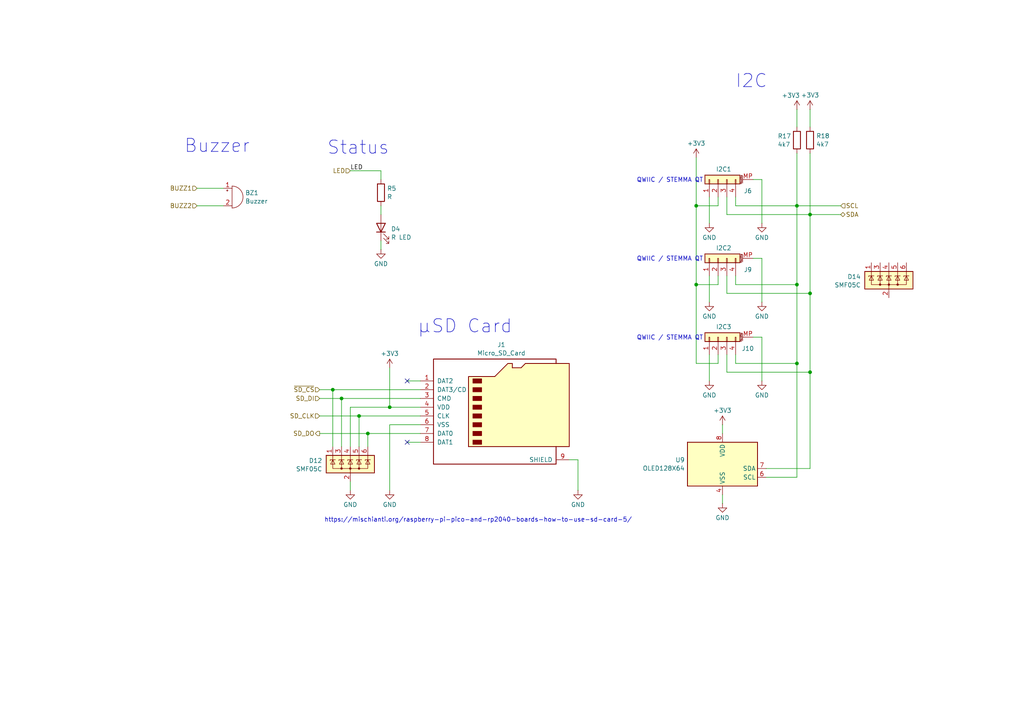
<source format=kicad_sch>
(kicad_sch (version 20231120) (generator "eeschema") (generator_version "8.0")
  (paper "A4")
  (lib_symbols
    (symbol "Connector:Micro_SD_Card" (pin_names (offset 1.016))
      (property "Reference" "J" (at -16.51 15.24 0))
      (property "Value" "Micro_SD_Card" (at 16.51 15.24 0))
      (symbol "Micro_SD_Card_0_1"
        (rectangle (start -7.62 -9.525) (end -5.08 -10.795) (fill (type outline)))
        (rectangle (start -7.62 -6.985) (end -5.08 -8.255) (fill (type outline)))
        (rectangle (start -7.62 -4.445) (end -5.08 -5.715) (fill (type outline)))
        (rectangle (start -7.62 -1.905) (end -5.08 -3.175) (fill (type outline)))
        (rectangle (start -7.62 0.635) (end -5.08 -0.635) (fill (type outline)))
        (rectangle (start -7.62 3.175) (end -5.08 1.905) (fill (type outline)))
        (rectangle (start -7.62 5.715) (end -5.08 4.445) (fill (type outline)))
        (rectangle (start -7.62 8.255) (end -5.08 6.985) (fill (type outline)))
        (polyline (pts (xy 16.51 12.7) (xy 16.51 13.97) (xy -19.05 13.97) (xy -19.05 -16.51) (xy 16.51 -16.51) (xy 16.51 -11.43)) (stroke (width 0.254)))
        (polyline (pts (xy -8.89 -11.43) (xy -8.89 8.89) (xy -1.27 8.89) (xy 2.54 12.7) (xy 3.81 12.7) (xy 3.81 11.43) (xy 6.35 11.43) (xy 7.62 12.7) (xy 20.32 12.7) (xy 20.32 -11.43) (xy -8.89 -11.43)) (stroke (width 0.254)) (fill (type background)))
      )
      (symbol "Micro_SD_Card_1_1"
        (pin bidirectional line (at -22.86 7.62 0) (length 3.81) (name "DAT2") (number "1"))
        (pin bidirectional line (at -22.86 5.08 0) (length 3.81) (name "DAT3/CD") (number "2"))
        (pin input line (at -22.86 2.54 0) (length 3.81) (name "CMD") (number "3"))
        (pin power_in line (at -22.86 0 0) (length 3.81) (name "VDD") (number "4"))
        (pin input line (at -22.86 -2.54 0) (length 3.81) (name "CLK") (number "5"))
        (pin power_in line (at -22.86 -5.08 0) (length 3.81) (name "VSS") (number "6"))
        (pin bidirectional line (at -22.86 -7.62 0) (length 3.81) (name "DAT0") (number "7"))
        (pin bidirectional line (at -22.86 -10.16 0) (length 3.81) (name "DAT1") (number "8"))
        (pin passive line (at 20.32 -15.24 180) (length 3.81) (name "SHIELD") (number "9"))
      )
    )
    (symbol "Connector_Generic_MountingPin:Conn_01x04_MountingPin" (pin_names (offset 1.016) hide)
      (property "Reference" "J" (at 0 5.08 0))
      (property "Value" "Conn_01x04_MountingPin" (at 1.27 -7.62 0))
      (symbol "Conn_01x04_MountingPin_1_1"
        (rectangle (start -1.27 -4.953) (end 0 -5.207) (stroke (width 0.1524)))
        (rectangle (start -1.27 -2.413) (end 0 -2.667) (stroke (width 0.1524)))
        (rectangle (start -1.27 0.127) (end 0 -0.127) (stroke (width 0.1524)))
        (rectangle (start -1.27 2.667) (end 0 2.413) (stroke (width 0.1524)))
        (rectangle (start -1.27 3.81) (end 1.27 -6.35) (stroke (width 0.254)) (fill (type background)))
        (polyline (pts (xy -1.016 -7.112) (xy 1.016 -7.112)) (stroke (width 0.1524)))
        (text "Mounting" (at 0 -6.731 0) (effects (font (size 0.381 0.381))))
        (pin passive line (at -5.08 2.54 0) (length 3.81) (name "Pin_1") (number "1"))
        (pin passive line (at -5.08 0 0) (length 3.81) (name "Pin_2") (number "2"))
        (pin passive line (at -5.08 -2.54 0) (length 3.81) (name "Pin_3") (number "3"))
        (pin passive line (at -5.08 -5.08 0) (length 3.81) (name "Pin_4") (number "4"))
        (pin passive line (at 0 -10.16 90) (length 3.048) (name "MountPin") (number "MP"))
      )
    )
    (symbol "Device:Buzzer" (pin_names (offset 0.0254) hide)
      (property "Reference" "BZ" (at 3.81 1.27 0))
      (property "Value" "Buzzer" (at 3.81 -1.27 0))
      (symbol "Buzzer_0_1"
        (arc (start 0 -3.175) (mid 3.1612 0) (end 0 3.175))
        (polyline (pts (xy -1.651 1.905) (xy -1.143 1.905)))
        (polyline (pts (xy -1.397 2.159) (xy -1.397 1.651)))
        (polyline (pts (xy 0 3.175) (xy 0 -3.175)))
      )
      (symbol "Buzzer_1_1"
        (pin passive line (at -2.54 2.54 0) (length 2.54) (name "+") (number "1"))
        (pin passive line (at -2.54 -2.54 0) (length 2.54) (name "-") (number "2"))
      )
    )
    (symbol "Device:LED" (pin_numbers hide) (pin_names (offset 1.016) hide)
      (property "Reference" "D" (at 0 2.54 0))
      (property "Value" "LED" (at 0 -2.54 0))
      (symbol "LED_0_1"
        (polyline (pts (xy -1.27 -1.27) (xy -1.27 1.27)) (stroke (width 0.254)))
        (polyline (pts (xy -1.27 0) (xy 1.27 0)))
        (polyline (pts (xy 1.27 -1.27) (xy 1.27 1.27) (xy -1.27 0) (xy 1.27 -1.27)) (stroke (width 0.254)))
        (polyline (pts (xy -3.048 -0.762) (xy -4.572 -2.286) (xy -3.81 -2.286) (xy -4.572 -2.286) (xy -4.572 -1.524)))
        (polyline (pts (xy -1.778 -0.762) (xy -3.302 -2.286) (xy -2.54 -2.286) (xy -3.302 -2.286) (xy -3.302 -1.524)))
      )
      (symbol "LED_1_1"
        (pin passive line (at -3.81 0 0) (length 2.54) (name "K") (number "1"))
        (pin passive line (at 3.81 0 180) (length 2.54) (name "A") (number "2"))
      )
    )
    (symbol "Device:R" (pin_numbers hide) (pin_names (offset 0))
      (property "Reference" "R" (at 2.032 0 90))
      (property "Value" "R" (at 0 0 90))
      (symbol "R_0_1"
        (rectangle (start -1.016 -2.54) (end 1.016 2.54) (stroke (width 0.254)))
      )
      (symbol "R_1_1"
        (pin passive line (at 0 3.81 270) (length 1.27) (name "~") (number "1"))
        (pin passive line (at 0 -3.81 90) (length 1.27) (name "~") (number "2"))
      )
    )
    (symbol "Power_Protection:SP0505BAHT" (pin_names hide)
      (property "Reference" "D" (at 7.62 2.54 0))
      (property "Value" "SP0505BAHT" (at 7.62 0.635 0))
      (symbol "SP0505BAHT_0_0"
        (pin passive line (at 0 -5.08 90) (length 2.54) (name "A") (number "2"))
      )
      (symbol "SP0505BAHT_0_1"
        (rectangle (start -6.985 2.54) (end 6.985 -2.54) (stroke (width 0.254)) (fill (type background)))
        (circle (center -2.54 -1.27) (radius 0.254) (fill (type outline)))
        (circle (center 0 -1.27) (radius 0.254) (fill (type outline)))
        (polyline (pts (xy -5.08 2.54) (xy -5.08 1.27)))
        (polyline (pts (xy -2.54 2.54) (xy -2.54 1.27)))
        (polyline (pts (xy 0 -1.27) (xy 0 -2.54)))
        (polyline (pts (xy 0 -1.27) (xy 0 1.27)))
        (polyline (pts (xy 0 2.54) (xy 0 1.27)))
        (polyline (pts (xy 0.635 1.27) (xy 0.762 1.27)))
        (polyline (pts (xy 2.54 2.54) (xy 2.54 1.27)))
        (polyline (pts (xy 5.08 2.54) (xy 5.08 1.27)))
        (polyline (pts (xy -5.08 1.27) (xy -5.08 -1.27) (xy -2.54 -1.27)))
        (polyline (pts (xy 0.635 1.27) (xy -0.762 1.27) (xy -0.762 1.016)))
        (polyline (pts (xy 5.08 1.27) (xy 5.08 -1.27) (xy 2.54 -1.27)))
        (polyline (pts (xy -5.842 1.016) (xy -5.842 1.27) (xy -4.445 1.27) (xy -4.318 1.27)))
        (polyline (pts (xy -5.08 1.27) (xy -4.445 0) (xy -5.715 0) (xy -5.08 1.27)))
        (polyline (pts (xy -3.302 1.016) (xy -3.302 1.27) (xy -1.905 1.27) (xy -1.778 1.27)))
        (polyline (pts (xy -2.54 1.27) (xy -2.54 -1.27) (xy 2.54 -1.27) (xy 2.54 1.27)))
        (polyline (pts (xy -2.54 1.27) (xy -1.905 0) (xy -3.175 0) (xy -2.54 1.27)))
        (polyline (pts (xy 0.635 0) (xy -0.635 0) (xy 0 1.27) (xy 0.635 0)))
        (polyline (pts (xy 1.778 1.016) (xy 1.778 1.27) (xy 3.175 1.27) (xy 3.302 1.27)))
        (polyline (pts (xy 2.54 1.27) (xy 1.905 0) (xy 3.175 0) (xy 2.54 1.27)))
        (polyline (pts (xy 4.318 1.016) (xy 4.318 1.27) (xy 5.715 1.27) (xy 5.842 1.27)))
        (polyline (pts (xy 5.08 1.27) (xy 4.445 0) (xy 5.715 0) (xy 5.08 1.27)))
        (circle (center 2.54 -1.27) (radius 0.254) (fill (type outline)))
      )
      (symbol "SP0505BAHT_1_1"
        (pin passive line (at -5.08 5.08 270) (length 2.54) (name "K") (number "1"))
        (pin passive line (at -2.54 5.08 270) (length 2.54) (name "K") (number "3"))
        (pin passive line (at 0 5.08 270) (length 2.54) (name "K") (number "4"))
        (pin passive line (at 2.54 5.08 270) (length 2.54) (name "K") (number "5"))
        (pin passive line (at 5.08 5.08 270) (length 2.54) (name "K") (number "6"))
      )
    )
    (symbol "local:OLED128X64"
      (property "Reference" "U" (at -8.89 6.35 0))
      (property "Value" "OLED128X64" (at 6.35 6.35 0))
      (symbol "OLED128X64_0_1"
        (rectangle (start -10.16 5.08) (end 10.16 -7.62) (stroke (width 0.254)) (fill (type background)))
      )
      (symbol "OLED128X64_1_1"
        (pin power_in line (at 0 -10.16 90) (length 2.54) (name "VSS") (number "4"))
        (pin input line (at -12.7 -5.08 0) (length 2.54) (name "SCL") (number "6"))
        (pin bidirectional line (at -12.7 -2.54 0) (length 2.54) (name "SDA") (number "7"))
        (pin power_in line (at 0 7.62 270) (length 2.54) (name "VDD") (number "8"))
      )
    )
    (symbol "power:+3V3" (power) (pin_numbers hide) (pin_names (offset 0) hide)
      (property "Value" "+3V3" (at 0 3.556 0))
      (symbol "+3V3_0_1"
        (polyline (pts (xy -0.762 1.27) (xy 0 2.54)))
        (polyline (pts (xy 0 0) (xy 0 2.54)))
        (polyline (pts (xy 0 2.54) (xy 0.762 1.27)))
      )
      (symbol "+3V3_1_1"
        (pin power_in line (at 0 0 90) (length 0) (name "~") (number "1"))
      )
    )
    (symbol "power:GND" (power) (pin_numbers hide) (pin_names (offset 0) hide)
      (property "Value" "GND" (at 0 -3.81 0))
      (symbol "GND_0_1"
        (polyline (pts (xy 0 0) (xy 0 -1.27) (xy 1.27 -1.27) (xy 0 -2.54) (xy -1.27 -1.27) (xy 0 -1.27)))
      )
      (symbol "GND_1_1"
        (pin power_in line (at 0 0 270) (length 0) (name "~") (number "1"))
      )
    )
  )
  (junction (at 234.95 85.09))
  (junction (at 96.52 113.03))
  (junction (at 99.06 115.57))
  (junction (at 231.14 59.69))
  (junction (at 201.93 82.55))
  (junction (at 104.14 120.65))
  (junction (at 231.14 105.41))
  (junction (at 234.95 62.23))
  (junction (at 113.03 118.11))
  (junction (at 201.93 59.69))
  (junction (at 106.68 125.73))
  (junction (at 231.14 82.55))
  (junction (at 234.95 107.95))
  (no_connect (at 118.11 110.49))
  (no_connect (at 118.11 128.27))
  (wire (pts (xy 231.14 31.75) (xy 231.14 36.83)))
  (wire (pts (xy 205.74 80.01) (xy 205.74 87.63)))
  (wire (pts (xy 113.03 118.11) (xy 113.03 106.68)))
  (wire (pts (xy 64.77 59.69) (xy 57.15 59.69)))
  (wire (pts (xy 222.25 138.43) (xy 231.14 138.43)))
  (wire (pts (xy 213.36 57.15) (xy 213.36 59.69)))
  (wire (pts (xy 218.44 74.93) (xy 220.98 74.93)))
  (wire (pts (xy 208.28 102.87) (xy 208.28 105.41)))
  (wire (pts (xy 210.82 102.87) (xy 210.82 107.95)))
  (wire (pts (xy 96.52 113.03) (xy 121.92 113.03)))
  (wire (pts (xy 231.14 59.69) (xy 243.84 59.69)))
  (wire (pts (xy 234.95 85.09) (xy 234.95 107.95)))
  (wire (pts (xy 209.55 143.51) (xy 209.55 146.05)))
  (wire (pts (xy 231.14 138.43) (xy 231.14 105.41)))
  (wire (pts (xy 101.6 49.53) (xy 110.49 49.53)))
  (wire (pts (xy 231.14 44.45) (xy 231.14 59.69)))
  (wire (pts (xy 208.28 80.01) (xy 208.28 82.55)))
  (wire (pts (xy 101.6 118.11) (xy 113.03 118.11)))
  (wire (pts (xy 213.36 82.55) (xy 231.14 82.55)))
  (wire (pts (xy 234.95 135.89) (xy 234.95 107.95)))
  (wire (pts (xy 92.71 125.73) (xy 106.68 125.73)))
  (wire (pts (xy 104.14 120.65) (xy 121.92 120.65)))
  (wire (pts (xy 118.11 128.27) (xy 121.92 128.27)))
  (wire (pts (xy 110.49 59.69) (xy 110.49 62.23)))
  (wire (pts (xy 210.82 85.09) (xy 234.95 85.09)))
  (wire (pts (xy 231.14 82.55) (xy 231.14 105.41)))
  (wire (pts (xy 101.6 129.54) (xy 101.6 118.11)))
  (wire (pts (xy 201.93 82.55) (xy 208.28 82.55)))
  (wire (pts (xy 234.95 85.09) (xy 234.95 62.23)))
  (wire (pts (xy 106.68 125.73) (xy 121.92 125.73)))
  (wire (pts (xy 213.36 105.41) (xy 231.14 105.41)))
  (wire (pts (xy 234.95 62.23) (xy 243.84 62.23)))
  (wire (pts (xy 167.64 133.35) (xy 167.64 142.24)))
  (wire (pts (xy 92.71 115.57) (xy 99.06 115.57)))
  (wire (pts (xy 213.36 80.01) (xy 213.36 82.55)))
  (wire (pts (xy 208.28 59.69) (xy 201.93 59.69)))
  (wire (pts (xy 210.82 62.23) (xy 234.95 62.23)))
  (wire (pts (xy 113.03 123.19) (xy 121.92 123.19)))
  (wire (pts (xy 210.82 57.15) (xy 210.82 62.23)))
  (wire (pts (xy 92.71 113.03) (xy 96.52 113.03)))
  (wire (pts (xy 218.44 52.07) (xy 220.98 52.07)))
  (wire (pts (xy 205.74 102.87) (xy 205.74 110.49)))
  (wire (pts (xy 113.03 118.11) (xy 121.92 118.11)))
  (wire (pts (xy 222.25 135.89) (xy 234.95 135.89)))
  (wire (pts (xy 96.52 113.03) (xy 96.52 129.54)))
  (wire (pts (xy 234.95 44.45) (xy 234.95 62.23)))
  (wire (pts (xy 208.28 57.15) (xy 208.28 59.69)))
  (wire (pts (xy 99.06 115.57) (xy 121.92 115.57)))
  (wire (pts (xy 210.82 107.95) (xy 234.95 107.95)))
  (wire (pts (xy 118.11 110.49) (xy 121.92 110.49)))
  (wire (pts (xy 220.98 52.07) (xy 220.98 64.77)))
  (wire (pts (xy 213.36 59.69) (xy 231.14 59.69)))
  (wire (pts (xy 210.82 80.01) (xy 210.82 85.09)))
  (wire (pts (xy 201.93 59.69) (xy 201.93 82.55)))
  (wire (pts (xy 231.14 59.69) (xy 231.14 82.55)))
  (wire (pts (xy 101.6 139.7) (xy 101.6 142.24)))
  (wire (pts (xy 220.98 74.93) (xy 220.98 87.63)))
  (wire (pts (xy 205.74 57.15) (xy 205.74 64.77)))
  (wire (pts (xy 113.03 123.19) (xy 113.03 142.24)))
  (wire (pts (xy 220.98 97.79) (xy 220.98 110.49)))
  (wire (pts (xy 218.44 97.79) (xy 220.98 97.79)))
  (wire (pts (xy 110.49 69.85) (xy 110.49 72.39)))
  (wire (pts (xy 201.93 45.72) (xy 201.93 59.69)))
  (wire (pts (xy 92.71 120.65) (xy 104.14 120.65)))
  (wire (pts (xy 208.28 105.41) (xy 201.93 105.41)))
  (wire (pts (xy 213.36 102.87) (xy 213.36 105.41)))
  (wire (pts (xy 99.06 115.57) (xy 99.06 129.54)))
  (wire (pts (xy 234.95 31.75) (xy 234.95 36.83)))
  (wire (pts (xy 57.15 54.61) (xy 64.77 54.61)))
  (wire (pts (xy 104.14 120.65) (xy 104.14 129.54)))
  (wire (pts (xy 165.1 133.35) (xy 167.64 133.35)))
  (wire (pts (xy 201.93 82.55) (xy 201.93 105.41)))
  (wire (pts (xy 106.68 125.73) (xy 106.68 129.54)))
  (wire (pts (xy 209.55 123.19) (xy 209.55 125.73)))
  (wire (pts (xy 110.49 52.07) (xy 110.49 49.53)))
  (text "μSD Card" (at 134.874 94.742 0) (effects (font (size 3.81 3.81))))
  (text "QWIIC / STEMMA QT" (at 194.31 52.324 0) (effects (font (size 1.27 1.27))))
  (text "https://mischianti.org/raspberry-pi-pico-and-rp2040-boards-how-to-use-sd-card-5/" (at 138.684 150.876 0) (effects (font (size 1.27 1.27))))
  (text "QWIIC / STEMMA QT" (at 194.31 75.184 0) (effects (font (size 1.27 1.27))))
  (text "Buzzer" (at 62.992 42.418 0) (effects (font (size 3.81 3.81))))
  (text "Status" (at 103.886 42.926 0) (effects (font (size 3.81 3.81))))
  (text "I2C" (at 217.932 23.622 0) (effects (font (size 3.81 3.81))))
  (text "QWIIC / STEMMA QT" (at 194.31 98.044 0) (effects (font (size 1.27 1.27))))
  (label "LED" (at 101.6 49.53 0))
  (hierarchical_label "SD_DO" (shape output) (at 92.71 125.73 180))
  (hierarchical_label "SD_DI" (shape input) (at 92.71 115.57 180))
  (hierarchical_label "LED" (shape input) (at 101.6 49.53 180))
  (hierarchical_label "BUZZ2" (shape input) (at 57.15 59.69 180))
  (hierarchical_label "SD_CLK" (shape input) (at 92.71 120.65 180))
  (hierarchical_label "SCL" (shape input) (at 243.84 59.69 0))
  (hierarchical_label "BUZZ1" (shape input) (at 57.15 54.61 180))
  (hierarchical_label "SDA" (shape bidirectional) (at 243.84 62.23 0))
  (hierarchical_label "~{SD_CS}" (shape input) (at 92.71 113.03 180))
  (symbol (lib_id "Device:R") (at 231.14 40.64 0) (unit 1)
    (property "Reference" "R17" (at 225.552 39.4857 0) (effects (justify left)))
    (property "Value" "4k7" (at 225.552 41.91 0) (effects (justify left)))
    (property "Description" "Resistor" (effects (hide yes)))
  )
  (symbol (lib_id "power:+3V3") (at 209.55 123.19 0) (unit 1)
    (property "Reference" "#PWR048" (effects (hide yes)))
    (property "Value" "+3V3" (at 209.55 119.0569 0))
    (property "Description" "Power symbol creates a global label with name \"+3V3\"" (effects (hide yes)))
  )
  (symbol (lib_id "power:+3V3") (at 231.14 31.75 0) (unit 1)
    (property "Reference" "#PWR090" (effects (hide yes)))
    (property "Value" "+3V3" (at 229.362 27.686 0))
    (property "Description" "Power symbol creates a global label with name \"+3V3\"" (effects (hide yes)))
  )
  (symbol (lib_id "Device:R") (at 110.49 55.88 0) (unit 1)
    (property "Reference" "R5" (at 112.268 54.6678 0) (effects (justify left)))
    (property "Value" "R" (at 112.268 57.0921 0) (effects (justify left)))
    (property "Description" "Resistor" (effects (hide yes)))
  )
  (symbol (lib_id "power:+3V3") (at 113.03 106.68 0) (unit 1)
    (property "Reference" "#PWR012" (effects (hide yes)))
    (property "Value" "+3V3" (at 113.03 102.5469 0))
    (property "Description" "Power symbol creates a global label with name \"+3V3\"" (effects (hide yes)))
  )
  (symbol (lib_id "Power_Protection:SP0505BAHT") (at 101.6 134.62 0) (unit 1)
    (property "Reference" "D12" (at 93.472 133.604 0) (effects (justify right)))
    (property "Value" "SMF05C" (at 93.472 136.0283 0) (effects (justify right)))
    (property "Footprint" "Package_TO_SOT_SMD:SOT-363_SC-70-6_Handsoldering" (effects (hide yes)))
    (property "Datasheet" "https://wmsc.lcsc.com/wmsc/upload/file/pdf/v2/lcsc/2108131930_TECH-PUBLIC-SMF05C_C558425.pdf" (effects (hide yes)))
    (property "Description" "TVS Diode Array, 5.5V Standoff, 5 Channels, SOT-363 package" (effects (hide yes)))
    (property "LCSC" "C558425" (effects (hide yes)))
  )
  (symbol (lib_id "Connector_Generic_MountingPin:Conn_01x04_MountingPin") (at 208.28 74.93 90) (unit 1)
    (property "Reference" "J9" (at 216.916 78.232 90))
    (property "Value" "I2C2" (at 209.9056 71.9398 90))
    (property "Footprint" "Connector_JST:JST_SH_SM04B-SRSS-TB_1x04-1MP_P1.00mm_Horizontal" (effects (hide yes)))
    (property "Description" "Generic connectable mounting pin connector, single row, 01x04, script generated (kicad-library-utils/schlib/autogen/connector/)" (effects (hide yes)))
  )
  (symbol (lib_id "power:GND") (at 220.98 110.49 0) (unit 1)
    (property "Reference" "#PWR089" (effects (hide yes)))
    (property "Value" "GND" (at 220.98 114.6231 0))
    (property "Description" "Power symbol creates a global label with name \"GND\" , ground" (effects (hide yes)))
  )
  (symbol (lib_id "power:GND") (at 205.74 64.77 0) (unit 1)
    (property "Reference" "#PWR024" (effects (hide yes)))
    (property "Value" "GND" (at 205.74 68.9031 0))
    (property "Description" "Power symbol creates a global label with name \"GND\" , ground" (effects (hide yes)))
  )
  (symbol (lib_id "power:GND") (at 167.64 142.24 0) (unit 1)
    (property "Reference" "#PWR014" (effects (hide yes)))
    (property "Value" "GND" (at 167.64 146.3731 0))
    (property "Description" "Power symbol creates a global label with name \"GND\" , ground" (effects (hide yes)))
  )
  (symbol (lib_id "local:OLED128X64") (at 209.55 133.35 0) (mirror y) (unit 1)
    (property "Reference" "U9" (at 198.628 133.4078 0) (effects (justify left)))
    (property "Value" "OLED128X64" (at 198.628 135.8321 0) (effects (justify left)))
    (property "Description" "OLED SSD1306 128x64 I2C Display" (effects (hide yes)))
  )
  (symbol (lib_id "Connector:Micro_SD_Card") (at 144.78 118.11 0) (unit 1)
    (property "Reference" "J1" (at 145.415 99.9955 0))
    (property "Value" "Micro_SD_Card" (at 145.415 102.4198 0))
    (property "Datasheet" "http://katalog.we-online.de/em/datasheet/693072010801.pdf" (effects (hide yes)))
    (property "Description" "Micro SD Card Socket" (effects (hide yes)))
  )
  (symbol (lib_id "Connector_Generic_MountingPin:Conn_01x04_MountingPin") (at 208.28 52.07 90) (unit 1)
    (property "Reference" "J6" (at 216.916 55.372 90))
    (property "Value" "I2C1" (at 209.9056 49.0798 90))
    (property "Footprint" "Connector_JST:JST_SH_SM04B-SRSS-TB_1x04-1MP_P1.00mm_Horizontal" (effects (hide yes)))
    (property "Description" "Generic connectable mounting pin connector, single row, 01x04, script generated (kicad-library-utils/schlib/autogen/connector/)" (effects (hide yes)))
  )
  (symbol (lib_id "power:GND") (at 101.6 142.24 0) (unit 1)
    (property "Reference" "#PWR079" (effects (hide yes)))
    (property "Value" "GND" (at 101.6 146.3731 0))
    (property "Description" "Power symbol creates a global label with name \"GND\" , ground" (effects (hide yes)))
  )
  (symbol (lib_id "power:GND") (at 205.74 110.49 0) (unit 1)
    (property "Reference" "#PWR047" (effects (hide yes)))
    (property "Value" "GND" (at 205.74 114.6231 0))
    (property "Description" "Power symbol creates a global label with name \"GND\" , ground" (effects (hide yes)))
  )
  (symbol (lib_id "power:+3V3") (at 234.95 31.75 0) (unit 1)
    (property "Reference" "#PWR091" (effects (hide yes)))
    (property "Value" "+3V3" (at 234.95 27.6169 0))
    (property "Description" "Power symbol creates a global label with name \"+3V3\"" (effects (hide yes)))
  )
  (symbol (lib_id "power:GND") (at 205.74 87.63 0) (unit 1)
    (property "Reference" "#PWR046" (effects (hide yes)))
    (property "Value" "GND" (at 205.74 91.7631 0))
    (property "Description" "Power symbol creates a global label with name \"GND\" , ground" (effects (hide yes)))
  )
  (symbol (lib_id "Connector_Generic_MountingPin:Conn_01x04_MountingPin") (at 208.28 97.79 90) (unit 1)
    (property "Reference" "J10" (at 216.916 101.092 90))
    (property "Value" "I2C3" (at 209.9056 94.7998 90))
    (property "Footprint" "Connector_JST:JST_SH_SM04B-SRSS-TB_1x04-1MP_P1.00mm_Horizontal" (effects (hide yes)))
    (property "Description" "Generic connectable mounting pin connector, single row, 01x04, script generated (kicad-library-utils/schlib/autogen/connector/)" (effects (hide yes)))
  )
  (symbol (lib_id "Device:LED") (at 110.49 66.04 90) (unit 1)
    (property "Reference" "D4" (at 113.411 66.4153 90) (effects (justify right)))
    (property "Value" "R LED" (at 113.411 68.8396 90) (effects (justify right)))
    (property "Description" "Light emitting diode" (effects (hide yes)))
  )
  (symbol (lib_id "Device:Buzzer") (at 67.31 57.15 0) (unit 1)
    (property "Reference" "BZ1" (at 71.1062 55.9378 0) (effects (justify left)))
    (property "Value" "Buzzer" (at 71.1062 58.3621 0) (effects (justify left)))
    (property "Description" "Buzzer, polarized" (effects (hide yes)))
  )
  (symbol (lib_id "power:GND") (at 113.03 142.24 0) (unit 1)
    (property "Reference" "#PWR013" (effects (hide yes)))
    (property "Value" "GND" (at 113.03 146.3731 0))
    (property "Description" "Power symbol creates a global label with name \"GND\" , ground" (effects (hide yes)))
  )
  (symbol (lib_id "power:GND") (at 110.49 72.39 0) (unit 1)
    (property "Reference" "#PWR021" (effects (hide yes)))
    (property "Value" "GND" (at 110.49 76.5231 0))
    (property "Description" "Power symbol creates a global label with name \"GND\" , ground" (effects (hide yes)))
  )
  (symbol (lib_id "power:GND") (at 209.55 146.05 0) (unit 1)
    (property "Reference" "#PWR049" (effects (hide yes)))
    (property "Value" "GND" (at 209.55 150.1831 0))
    (property "Description" "Power symbol creates a global label with name \"GND\" , ground" (effects (hide yes)))
  )
  (symbol (lib_id "power:+3V3") (at 201.93 45.72 0) (unit 1)
    (property "Reference" "#PWR022" (effects (hide yes)))
    (property "Value" "+3V3" (at 201.93 41.5869 0))
    (property "Description" "Power symbol creates a global label with name \"+3V3\"" (effects (hide yes)))
  )
  (symbol (lib_id "Power_Protection:SP0505BAHT") (at 257.81 81.28 0) (unit 1)
    (property "Reference" "D14" (at 249.682 80.264 0) (effects (justify right)))
    (property "Value" "SMF05C" (at 249.682 82.6883 0) (effects (justify right)))
    (property "Footprint" "Package_TO_SOT_SMD:SOT-363_SC-70-6_Handsoldering" (effects (hide yes)))
    (property "Datasheet" "https://wmsc.lcsc.com/wmsc/upload/file/pdf/v2/lcsc/2108131930_TECH-PUBLIC-SMF05C_C558425.pdf" (effects (hide yes)))
    (property "Description" "TVS Diode Array, 5.5V Standoff, 5 Channels, SOT-363 package" (effects (hide yes)))
    (property "LCSC" "C558425" (effects (hide yes)))
  )
  (symbol (lib_id "power:GND") (at 220.98 64.77 0) (unit 1)
    (property "Reference" "#PWR087" (effects (hide yes)))
    (property "Value" "GND" (at 220.98 68.9031 0))
    (property "Description" "Power symbol creates a global label with name \"GND\" , ground" (effects (hide yes)))
  )
  (symbol (lib_id "Device:R") (at 234.95 40.64 0) (unit 1)
    (property "Reference" "R18" (at 236.728 39.4278 0) (effects (justify left)))
    (property "Value" "4k7" (at 236.728 41.8521 0) (effects (justify left)))
    (property "Description" "Resistor" (effects (hide yes)))
  )
  (symbol (lib_id "power:GND") (at 220.98 87.63 0) (unit 1)
    (property "Reference" "#PWR088" (effects (hide yes)))
    (property "Value" "GND" (at 220.98 91.7631 0))
    (property "Description" "Power symbol creates a global label with name \"GND\" , ground" (effects (hide yes)))
  )
)
</source>
